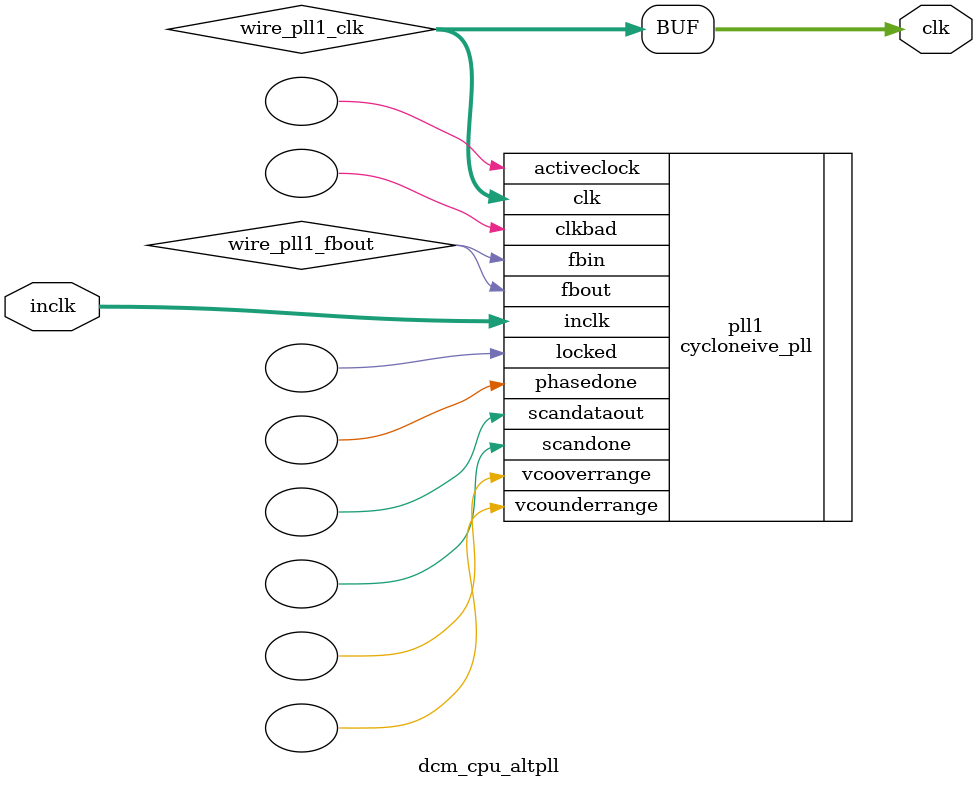
<source format=v>






//synthesis_resources = cycloneive_pll 1 
//synopsys translate_off
`timescale 1 ps / 1 ps
//synopsys translate_on
module  dcm_cpu_altpll
	( 
	clk,
	inclk) /* synthesis synthesis_clearbox=1 */;
	output   [4:0]  clk;
	input   [1:0]  inclk;
`ifndef ALTERA_RESERVED_QIS
// synopsys translate_off
`endif
	tri0   [1:0]  inclk;
`ifndef ALTERA_RESERVED_QIS
// synopsys translate_on
`endif

	wire  [4:0]   wire_pll1_clk;
	wire  wire_pll1_fbout;

	cycloneive_pll   pll1
	( 
	.activeclock(),
	.clk(wire_pll1_clk),
	.clkbad(),
	.fbin(wire_pll1_fbout),
	.fbout(wire_pll1_fbout),
	.inclk(inclk),
	.locked(),
	.phasedone(),
	.scandataout(),
	.scandone(),
	.vcooverrange(),
	.vcounderrange()
	`ifndef FORMAL_VERIFICATION
	// synopsys translate_off
	`endif
	,
	.areset(1'b0),
	.clkswitch(1'b0),
	.configupdate(1'b0),
	.pfdena(1'b1),
	.phasecounterselect({3{1'b0}}),
	.phasestep(1'b0),
	.phaseupdown(1'b0),
	.scanclk(1'b0),
	.scanclkena(1'b1),
	.scandata(1'b0)
	`ifndef FORMAL_VERIFICATION
	// synopsys translate_on
	`endif
	);
	defparam
		pll1.bandwidth_type = "auto",
		pll1.clk0_divide_by = 5,
		pll1.clk0_duty_cycle = 50,
		pll1.clk0_multiply_by = 9,
		pll1.clk0_phase_shift = "0",
		pll1.clk1_divide_by = 5,
		pll1.clk1_duty_cycle = 50,
		pll1.clk1_multiply_by = 9,
		pll1.clk1_phase_shift = "0",
		pll1.compensate_clock = "clk0",
		pll1.inclk0_input_frequency = 20000,
		pll1.operation_mode = "normal",
		pll1.pll_type = "auto",
		pll1.lpm_type = "cycloneive_pll";
	assign
		clk = {wire_pll1_clk[4:0]};
endmodule //dcm_cpu_altpll
//VALID FILE

</source>
